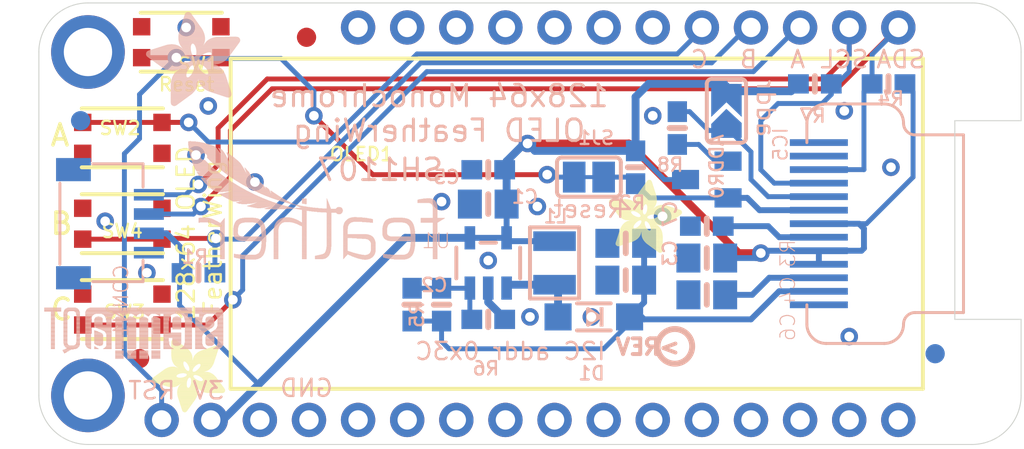
<source format=kicad_pcb>
(kicad_pcb (version 20221018) (generator pcbnew)
  (layers (0 "F.Cu" signal) (31 "B.Cu" signal) (34 "B.Paste" user) (35 "F.Paste" user) (36 "B.SilkS" user "B.Silkscreen") (37 "F.SilkS" user "F.Silkscreen") (38 "B.Mask" user) (39 "F.Mask" user) (44 "Edge.Cuts" user))
  (net 0 "")
  (net 1 "GND")
  (net 2 "~{RESET}")
  (net 3 "3.3V")
  (net 4 "J")
  (net 5 "I")
  (net 6 "H")
  (net 7 "SDA")
  (net 8 "SCL")
  (net 9 "~{OLED_RST}")
  (net 10 "N$7")
  (net 11 "VCOMH")
  (net 12 "+12V")
  (net 13 "N$1")
  (net 14 "N$3")
  (net 15 "N$2")
  (footprint "Adafruit 128x64 OLED FeatherWing:BTN_KMR2_4.6X2.8" (layer "F.Cu") (at 127.4191 100.5586 180)
    (fp_text reference "SW2" (at -1.016 0.508) (layer "F.SilkS") (effects (font (size 0.692831 0.692831) (thickness 0.119969)) (justify right)))
    (fp_text value "KMR2")
    (pad "A" smd rect (at 2.05 -0.8 180) (size 0.9 0.9) (layers "F.Cu" "F.Paste" "F.Mask") (net 1 "GND"))
    (pad "A'" smd rect (at -2.05 -0.8 180) (size 0.9 0.9) (layers "F.Cu" "F.Paste" "F.Mask") (net 1 "GND"))
    (pad "B" smd rect (at 2.05 0.8 180) (size 0.9 0.9) (layers "F.Cu" "F.Paste" "F.Mask") (net 4 "J"))
    (pad "B'" smd rect (at -2.05 0.8 180) (size 0.9 0.9) (layers "F.Cu" "F.Paste" "F.Mask") (net 4 "J"))
  )
  (footprint "Adafruit 128x64 OLED FeatherWing:FEATHERWING_NODIM" (layer "F.Cu") (at 123.1011 116.4336)
    (fp_text reference "MS1" hide)
    (fp_text value "FEATHERWING_NODIM" hide)
    (pad "" np_thru_hole circle (at 48.26 -20.32) (size 2.54 2.54) (drill 2.54) (layers "*.Cu" "*.Mask"))
    (pad "" np_thru_hole circle (at 48.26 -2.54) (size 2.54 2.54) (drill 2.54) (layers "*.Cu" "*.Mask"))
    (pad "1" thru_hole circle (at 6.35 -1.27) (size 1.778 1.778) (drill 1) (layers "*.Cu" "*.Mask") (net 2 "~{RESET}"))
    (pad "2" thru_hole circle (at 8.89 -1.27) (size 1.778 1.778) (drill 1) (layers "*.Cu" "*.Mask") (net 3 "3.3V"))
    (pad "3" thru_hole circle (at 11.43 -1.27) (size 1.778 1.778) (drill 1) (layers "*.Cu" "*.Mask"))
    (pad "4" thru_hole circle (at 13.97 -1.27) (size 1.778 1.778) (drill 1) (layers "*.Cu" "*.Mask") (net 1 "GND"))
    (pad "5" thru_hole circle (at 16.51 -1.27) (size 1.778 1.778) (drill 1) (layers "*.Cu" "*.Mask"))
    (pad "6" thru_hole circle (at 19.05 -1.27) (size 1.778 1.778) (drill 1) (layers "*.Cu" "*.Mask"))
    (pad "7" thru_hole circle (at 21.59 -1.27) (size 1.778 1.778) (drill 1) (layers "*.Cu" "*.Mask"))
    (pad "8" thru_hole circle (at 24.13 -1.27) (size 1.778 1.778) (drill 1) (layers "*.Cu" "*.Mask"))
    (pad "9" thru_hole circle (at 26.67 -1.27) (size 1.778 1.778) (drill 1) (layers "*.Cu" "*.Mask"))
    (pad "10" thru_hole circle (at 29.21 -1.27) (size 1.778 1.778) (drill 1) (layers "*.Cu" "*.Mask"))
    (pad "11" thru_hole circle (at 31.75 -1.27) (size 1.778 1.778) (drill 1) (layers "*.Cu" "*.Mask"))
    (pad "12" thru_hole circle (at 34.29 -1.27) (size 1.778 1.778) (drill 1) (layers "*.Cu" "*.Mask"))
    (pad "13" thru_hole circle (at 36.83 -1.27) (size 1.778 1.778) (drill 1) (layers "*.Cu" "*.Mask"))
    (pad "14" thru_hole circle (at 39.37 -1.27) (size 1.778 1.778) (drill 1) (layers "*.Cu" "*.Mask"))
    (pad "15" thru_hole circle (at 41.91 -1.27) (size 1.778 1.778) (drill 1) (layers "*.Cu" "*.Mask"))
    (pad "16" thru_hole circle (at 44.45 -1.27) (size 1.778 1.778) (drill 1) (layers "*.Cu" "*.Mask"))
    (pad "17" thru_hole circle (at 44.45 -21.59) (size 1.778 1.778) (drill 1) (layers "*.Cu" "*.Mask") (net 7 "SDA"))
    (pad "18" thru_hole circle (at 41.91 -21.59) (size 1.778 1.778) (drill 1) (layers "*.Cu" "*.Mask") (net 8 "SCL"))
    (pad "19" thru_hole circle (at 39.37 -21.59) (size 1.778 1.778) (drill 1) (layers "*.Cu" "*.Mask") (net 6 "H"))
    (pad "20" thru_hole circle (at 36.83 -21.59) (size 1.778 1.778) (drill 1) (layers "*.Cu" "*.Mask") (net 5 "I"))
    (pad "21" thru_hole circle (at 34.29 -21.59) (size 1.778 1.778) (drill 1) (layers "*.Cu" "*.Mask") (net 4 "J"))
    (pad "22" thru_hole circle (at 31.75 -21.59) (size 1.778 1.778) (drill 1) (layers "*.Cu" "*.Mask"))
    (pad "23" thru_hole circle (at 29.21 -21.59) (size 1.778 1.778) (drill 1) (layers "*.Cu" "*.Mask"))
    (pad "24" thru_hole circle (at 26.67 -21.59) (size 1.778 1.778) (drill 1) (layers "*.Cu" "*.Mask"))
    (pad "25" thru_hole circle (at 24.13 -21.59) (size 1.778 1.778) (drill 1) (layers "*.Cu" "*.Mask"))
    (pad "26" thru_hole circle (at 21.59 -21.59) (size 1.778 1.778) (drill 1) (layers "*.Cu" "*.Mask"))
    (pad "27" thru_hole circle (at 19.05 -21.59) (size 1.778 1.778) (drill 1) (layers "*.Cu" "*.Mask"))
    (pad "28" thru_hole circle (at 16.51 -21.59) (size 1.778 1.778) (drill 1) (layers "*.Cu" "*.Mask"))
    (pad "P$1" thru_hole circle (at 2.54 -20.32) (size 3.81 3.81) (drill 2.5) (layers "*.Cu" "*.Mask"))
    (pad "P$2" thru_hole circle (at 2.54 -2.54) (size 3.81 3.81) (drill 2.5) (layers "*.Cu" "*.Mask"))
  )
  (footprint "Adafruit 128x64 OLED FeatherWing:FIDUCIAL_1MM" (layer "F.Cu") (at 136.9441 95.3516)
    (fp_text reference "FID3" hide)
    (fp_text value "FIDUCIAL_1MM" hide)
    (pad "1" smd roundrect (at 0 0) (size 1 1) (layers "F.Cu" "F.Mask") (roundrect_rratio 0.5))
  )
  (footprint "Adafruit 128x64 OLED FeatherWing:FIDUCIAL_1MM" (layer "F.Cu") (at 128.3081 111.9886)
    (fp_text reference "FID2" hide)
    (fp_text value "FIDUCIAL_1MM" hide)
    (pad "1" smd roundrect (at 0 0) (size 1 1) (layers "F.Cu" "F.Mask") (roundrect_rratio 0.5))
  )
  (footprint "Adafruit 128x64 OLED FeatherWing:BTN_KMR2_4.6X2.8" (layer "F.Cu") (at 127.4191 109.4486)
    (fp_text reference "SW3" (at -1.016 0.127) (layer "F.SilkS") (effects (font (size 0.692831 0.692831) (thickness 0.119969)) (justify left)))
    (fp_text value "KMR2")
    (pad "A" smd rect (at 2.05 -0.8) (size 0.9 0.9) (layers "F.Cu" "F.Paste" "F.Mask") (net 1 "GND"))
    (pad "A'" smd rect (at -2.05 -0.8) (size 0.9 0.9) (layers "F.Cu" "F.Paste" "F.Mask") (net 1 "GND"))
    (pad "B" smd rect (at 2.05 0.8) (size 0.9 0.9) (layers "F.Cu" "F.Paste" "F.Mask") (net 6 "H"))
    (pad "B'" smd rect (at -2.05 0.8) (size 0.9 0.9) (layers "F.Cu" "F.Paste" "F.Mask") (net 6 "H"))
  )
  (footprint "Adafruit 128x64 OLED FeatherWing:ADAFRUIT_3.5MM" (layer "F.Cu") (at 152.5651 106.5276)
    (fp_text reference "U$16" hide)
    (fp_text value "" hide)
  )
  (footprint "Adafruit 128x64 OLED FeatherWing:ADAFRUIT_3.5MM" (layer "F.Cu") (at 132.7531 110.9726 180)
    (fp_text reference "U$37" hide)
    (fp_text value "" hide)
  )
  (footprint "Adafruit 128x64 OLED FeatherWing:BTN_KMR2_4.6X2.8" (layer "F.Cu") (at 127.4191 105.0036)
    (fp_text reference "SW4" (at -1.143 0.381) (layer "F.SilkS") (effects (font (size 0.692831 0.692831) (thickness 0.119969)) (justify left)))
    (fp_text value "KMR2")
    (pad "A" smd rect (at 2.05 -0.8) (size 0.9 0.9) (layers "F.Cu" "F.Paste" "F.Mask") (net 1 "GND"))
    (pad "A'" smd rect (at -2.05 -0.8) (size 0.9 0.9) (layers "F.Cu" "F.Paste" "F.Mask") (net 1 "GND"))
    (pad "B" smd rect (at 2.05 0.8) (size 0.9 0.9) (layers "F.Cu" "F.Paste" "F.Mask") (net 5 "I"))
    (pad "B'" smd rect (at -2.05 0.8) (size 0.9 0.9) (layers "F.Cu" "F.Paste" "F.Mask") (net 5 "I"))
  )
  (footprint "Adafruit 128x64 OLED FeatherWing:BTN_KMR2_4.6X2.8" (layer "F.Cu") (at 130.4671 95.6056)
    (fp_text reference "SW1" (at -0.254 1.143) (layer "F.SilkS") (effects (font (size 0.692831 0.692831) (thickness 0.119969)) (justify left)))
    (fp_text value "KMR2")
    (pad "A" smd rect (at 2.05 -0.8) (size 0.9 0.9) (layers "F.Cu" "F.Paste" "F.Mask") (net 1 "GND"))
    (pad "A'" smd rect (at -2.05 -0.8) (size 0.9 0.9) (layers "F.Cu" "F.Paste" "F.Mask") (net 1 "GND"))
    (pad "B" smd rect (at 2.05 0.8) (size 0.9 0.9) (layers "F.Cu" "F.Paste" "F.Mask") (net 2 "~{RESET}"))
    (pad "B'" smd rect (at -2.05 0.8) (size 0.9 0.9) (layers "F.Cu" "F.Paste" "F.Mask") (net 2 "~{RESET}"))
  )
  (footprint "Adafruit 128x64 OLED FeatherWing:QT1107P11A" (layer "F.Cu") (at 168.8211 105.0036)
    (fp_text reference "OLED1" (at -30.75 -3.6) (layer "F.SilkS") (effects (font (size 0.692831 0.692831) (thickness 0.119969)) (justify left)))
    (fp_text value "OLED_128X64_SH1107")
    (pad "" np_thru_hole circle (at -2 -5.2) (size 1 1) (drill 1) (layers "*.Cu" "*.Mask"))
    (pad "" np_thru_hole circle (at -2 5.2) (size 1 1) (drill 1) (layers "*.Cu" "*.Mask"))
    (pad "1" smd rect (at -5.38 4.2 180) (size 3 0.35) (layers "B.Cu" "B.Mask") (net 1 "GND"))
    (pad "2" smd rect (at -5.38 3.5 180) (size 3 0.35) (layers "B.Cu" "B.Mask") (net 12 "+12V"))
    (pad "3" smd rect (at -5.38 2.8 180) (size 3 0.35) (layers "B.Cu" "B.Mask") (net 11 "VCOMH"))
    (pad "4" smd rect (at -5.38 2.1 180) (size 3 0.35) (layers "B.Cu" "B.Mask") (net 3 "3.3V"))
    (pad "5" smd rect (at -5.38 1.4 180) (size 3 0.35) (layers "B.Cu" "B.Mask") (net 3 "3.3V"))
    (pad "6" smd rect (at -5.38 0.7 180) (size 3 0.35) (layers "B.Cu" "B.Mask") (net 10 "N$7"))
    (pad "7" smd rect (at -5.38 0 180) (size 3 0.35) (layers "B.Cu" "B.Mask") (net 3 "3.3V"))
    (pad "8" smd rect (at -5.38 -0.7 180) (size 3 0.35) (layers "B.Cu" "B.Mask") (net 9 "~{OLED_RST}"))
    (pad "9" smd rect (at -5.38 -1.4 180) (size 3 0.35) (layers "B.Cu" "B.Mask") (net 15 "N$2"))
    (pad "10" smd rect (at -5.38 -2.1 180) (size 3 0.35) (layers "B.Cu" "B.Mask") (net 8 "SCL"))
    (pad "11" smd rect (at -5.38 -2.8 180) (size 3 0.35) (layers "B.Cu" "B.Mask") (net 7 "SDA"))
    (pad "12" smd rect (at -5.38 -3.5 180) (size 3 0.35) (layers "B.Cu" "B.Mask") (net 1 "GND"))
    (pad "13" smd rect (at -5.38 -4.2 180) (size 3 0.35) (layers "B.Cu" "B.Mask") (net 1 "GND"))
  )
  (footprint "Adafruit 128x64 OLED FeatherWing:0603-NO" (layer "B.Cu") (at 146.3421 102.2096)
    (fp_text reference "C5" (at -1.397 0.381) (layer "B.SilkS") (effects (font (size 0.692831 0.692831) (thickness 0.119969)) (justify left mirror)))
    (fp_text value "0.1uF")
    (pad "1" smd rect (at -0.85 0) (size 1.075 1) (layers "B.Cu" "B.Paste" "B.Mask") (net 1 "GND"))
    (pad "2" smd rect (at 0.85 0) (size 1.075 1) (layers "B.Cu" "B.Paste" "B.Mask") (net 3 "3.3V"))
  )
  (footprint "Adafruit 128x64 OLED FeatherWing:FEATHERLOGO_SMALL" (layer "B.Cu") (at 144.1831 106.9086 180)
    (fp_text reference "U$36" hide)
    (fp_text value "" hide)
  )
  (footprint "Adafruit 128x64 OLED FeatherWing:0805-NO" (layer "B.Cu") (at 153.4541 106.0196 180)
    (fp_text reference "C7" (at -2.286 0.762 270) (layer "B.SilkS") (effects (font (size 0.692831 0.692831) (thickness 0.119969)) (justify right mirror)))
    (fp_text value "10uF/16V")
    (pad "1" smd rect (at -0.95 0 180) (size 1.24 1.5) (layers "B.Cu" "B.Paste" "B.Mask") (net 12 "+12V"))
    (pad "2" smd rect (at 0.95 0 180) (size 1.24 1.5) (layers "B.Cu" "B.Paste" "B.Mask") (net 1 "GND"))
  )
  (footprint "Adafruit 128x64 OLED FeatherWing:0603-NO" (layer "B.Cu") (at 142.4051 109.1946 -90)
    (fp_text reference "R5" (at 1.27 -0.254 -270) (layer "B.SilkS") (effects (font (size 0.692831 0.692831) (thickness 0.119969)) (justify right mirror)))
    (fp_text value "100K")
    (pad "1" smd rect (at -0.85 0 270) (size 1.075 1) (layers "B.Cu" "B.Paste" "B.Mask") (net 14 "N$3"))
    (pad "2" smd rect (at 0.85 0 270) (size 1.075 1) (layers "B.Cu" "B.Paste" "B.Mask") (net 12 "+12V"))
  )
  (footprint "Adafruit 128x64 OLED FeatherWing:0603-NO" (layer "B.Cu") (at 131.3561 107.5436 180)
    (fp_text reference "R1" (at -0.5715 0.8255) (layer "B.SilkS") (effects (font (size 0.692831 0.692831) (thickness 0.119969)) (justify left mirror)))
    (fp_text value "100K")
    (pad "1" smd rect (at -0.85 0 180) (size 1.075 1) (layers "B.Cu" "B.Paste" "B.Mask") (net 5 "I"))
    (pad "2" smd rect (at 0.85 0 180) (size 1.075 1) (layers "B.Cu" "B.Paste" "B.Mask") (net 3 "3.3V"))
  )
  (footprint "Adafruit 128x64 OLED FeatherWing:0603-NO" (layer "B.Cu") (at 143.9291 109.1946 90)
    (fp_text reference "C2" (at 1.016 0.381 180) (layer "B.SilkS") (effects (font (size 0.692831 0.692831) (thickness 0.119969)) (justify left mirror)))
    (fp_text value "0.1uF")
    (pad "1" smd rect (at -0.85 0 90) (size 1.075 1) (layers "B.Cu" "B.Paste" "B.Mask") (net 12 "+12V"))
    (pad "2" smd rect (at 0.85 0 90) (size 1.075 1) (layers "B.Cu" "B.Paste" "B.Mask") (net 14 "N$3"))
  )
  (footprint "Adafruit 128x64 OLED FeatherWing:SOT23" (layer "B.Cu") (at 157.6451 102.7176 -90)
    (fp_text reference "IC5" (at -0.889 -3.81 -270) (layer "B.SilkS") (effects (font (size 0.719328 0.719328) (thickness 0.093472)) (justify right mirror)))
    (fp_text value "APX803")
    (pad "1" smd rect (at -0.95 -1.1 270) (size 1 1.4) (layers "B.Cu" "B.Paste" "B.Mask") (net 1 "GND"))
    (pad "2" smd rect (at 0.95 -1.1 270) (size 1 1.4) (layers "B.Cu" "B.Paste" "B.Mask") (net 9 "~{OLED_RST}"))
    (pad "3" smd rect (at 0 1.1 270) (size 1 1.4) (layers "B.Cu" "B.Paste" "B.Mask") (net 3 "3.3V"))
  )
  (footprint "Adafruit 128x64 OLED FeatherWing:SOT23-5" (layer "B.Cu") (at 146.3421 107.0356 180)
    (fp_text reference "U1" (at 1.905 1.143) (layer "B.SilkS") (effects (font (size 0.75948 0.75948) (thickness 0.05332)) (justify left mirror)))
    (fp_text value "FAN5331SX")
    (pad "1" smd rect (at -0.95 -1.3001 180) (size 0.55 1.2) (layers "B.Cu" "B.Paste" "B.Mask") (net 13 "N$1"))
    (pad "2" smd rect (at 0 -1.3001 180) (size 0.55 1.2) (layers "B.Cu" "B.Paste" "B.Mask") (net 1 "GND"))
    (pad "3" smd rect (at 0.95 -1.3001 180) (size 0.55 1.2) (layers "B.Cu" "B.Paste" "B.Mask") (net 14 "N$3"))
    (pad "4" smd rect (at 0.95 1.3001 180) (size 0.55 1.2) (layers "B.Cu" "B.Paste" "B.Mask") (net 3 "3.3V"))
    (pad "5" smd rect (at -0.95 1.3001 180) (size 0.55 1.2) (layers "B.Cu" "B.Paste" "B.Mask") (net 3 "3.3V"))
  )
  (footprint "Adafruit 128x64 OLED FeatherWing:0805-NO" (layer "B.Cu") (at 153.4541 107.9246 180)
    (fp_text reference "C3" (at -2.286 0.635 270) (layer "B.SilkS") (effects (font (size 0.692831 0.692831) (thickness 0.119969)) (justify right mirror)))
    (fp_text value "10uF/16V")
    (pad "1" smd rect (at -0.95 0 180) (size 1.24 1.5) (layers "B.Cu" "B.Paste" "B.Mask") (net 12 "+12V"))
    (pad "2" smd rect (at 0.95 0 180) (size 1.24 1.5) (layers "B.Cu" "B.Paste" "B.Mask") (net 1 "GND"))
  )
  (footprint "Adafruit 128x64 OLED FeatherWing:PCBFEAT-REV-040" (layer "B.Cu") (at 155.9941 111.3536 180)
    (fp_text reference "U$14" hide)
    (fp_text value "" hide)
    (fp_text user ">REV" (at -0.3556 -0.508) (layer "B.SilkS") (effects (font (size 0.8128 0.8128) (thickness 0.2032)) (justify left bottom mirror)))
  )
  (footprint "Adafruit 128x64 OLED FeatherWing:SOD-123" (layer "B.Cu") (at 151.8031 109.8296 180)
    (fp_text reference "D1" (at -0.635 -2.921) (layer "B.SilkS") (effects (font (size 0.692831 0.692831) (thickness 0.119969)) (justify left mirror)))
    (fp_text value "MBR120")
    (pad "A" smd rect (at 1.85 0 90) (size 1.4 1.4) (layers "B.Cu" "B.Paste" "B.Mask") (net 13 "N$1"))
    (pad "C" smd rect (at -1.85 0 90) (size 1.4 1.4) (layers "B.Cu" "B.Paste" "B.Mask") (net 12 "+12V"))
  )
  (footprint "Adafruit 128x64 OLED FeatherWing:0603-NO" (layer "B.Cu") (at 157.6451 105.1306)
    (fp_text reference "R3" (at 4.191 0.635 -90) (layer "B.SilkS") (effects (font (size 0.75948 0.75948) (thickness 0.05332)) (justify left mirror)))
    (fp_text value "680K")
    (pad "1" smd rect (at -0.85 0) (size 1.075 1) (layers "B.Cu" "B.Paste" "B.Mask") (net 1 "GND"))
    (pad "2" smd rect (at 0.85 0) (size 1.075 1) (layers "B.Cu" "B.Paste" "B.Mask") (net 10 "N$7"))
  )
  (footprint "Adafruit 128x64 OLED FeatherWing:0805-NO" (layer "B.Cu") (at 146.3421 103.9876 180)
    (fp_text reference "C1" (at -1.143 0.381) (layer "B.SilkS") (effects (font (size 0.692831 0.692831) (thickness 0.119969)) (justify right mirror)))
    (fp_text value "10uF")
    (pad "1" smd rect (at -0.95 0 180) (size 1.24 1.5) (layers "B.Cu" "B.Paste" "B.Mask") (net 3 "3.3V"))
    (pad "2" smd rect (at 0.95 0 180) (size 1.24 1.5) (layers "B.Cu" "B.Paste" "B.Mask") (net 1 "GND"))
  )
  (footprint "Adafruit 128x64 OLED FeatherWing:FIDUCIAL_1MM" (layer "B.Cu") (at 125.2601 99.6696 180)
    (fp_text reference "FID4" hide)
    (fp_text value "FIDUCIAL_1MM" hide)
    (pad "1" smd roundrect (at 0 0 180) (size 1 1) (layers "B.Cu" "B.Mask") (roundrect_rratio 0.5))
  )
  (footprint "Adafruit 128x64 OLED FeatherWing:0603-NO" (layer "B.Cu") (at 167.0431 97.7646)
    (fp_text reference "R4" (at -0.635 0.762) (layer "B.SilkS") (effects (font (size 0.692831 0.692831) (thickness 0.119969)) (justify right mirror)))
    (fp_text value "2.2K")
    (pad "1" smd rect (at -0.85 0) (size 1.075 1) (layers "B.Cu" "B.Paste" "B.Mask") (net 7 "SDA"))
    (pad "2" smd rect (at 0.85 0) (size 1.075 1) (layers "B.Cu" "B.Paste" "B.Mask") (net 3 "3.3V"))
  )
  (footprint "Adafruit 128x64 OLED FeatherWing:INDUCTOR_1007" (layer "B.Cu") (at 149.7711 107.0356 -90)
    (fp_text reference "L1" (at -2.413 0.635 -180) (layer "B.SilkS") (effects (font (size 0.692831 0.692831) (thickness 0.119969)) (justify right mirror)))
    (fp_text value "10uH")
    (pad "P$1" smd rect (at -1.127 0 270) (size 1.016 2.2) (layers "B.Cu" "B.Paste" "B.Mask") (net 3 "3.3V"))
    (pad "P$2" smd rect (at 1.127 0 270) (size 1.016 2.2) (layers "B.Cu" "B.Paste" "B.Mask") (net 13 "N$1"))
  )
  (footprint "Adafruit 128x64 OLED FeatherWing:SOLDERJUMPER_ARROW_NOPASTE" (layer "B.Cu") (at 158.6611 99.1616 90)
    (fp_text reference "ADDR0" (at -1.143 -0.508 90) (layer "B.SilkS") (effects (font (size 0.692831 0.692831) (thickness 0.119969)) (justify left mirror)))
    (fp_text value "")
    (fp_poly (pts (xy 0.106121 -0.002663) (xy -0.679416 -0.7882) (xy -1.3946 -0.7882) (xy -1.3946 0.7882) (xy -0.62715 0.7882)) (fill solid) (layer "B.Cu"))
    (fp_poly (pts (xy 1.3946 -0.7882) (xy -0.315893 -0.7882) (xy 0.443148 0) (xy -0.315893 0.7882) (xy 1.3946 0.7882)) (fill solid) (layer "B.Cu"))
    (pad "1" smd roundrect (at -1.016 0 90) (size 0.762 1.524) (layers "B.Cu") (net 15 "N$2"))
    (pad "2" smd roundrect (at 1.016 0 90) (size 0.762 1.524) (layers "B.Cu") (net 3 "3.3V"))
  )
  (footprint "Adafruit 128x64 OLED FeatherWing:FIDUCIAL_1MM" (layer "B.Cu") (at 169.4561 111.7346 180)
    (fp_text reference "FID1" hide)
    (fp_text value "FIDUCIAL_1MM" hide)
    (pad "1" smd roundrect (at 0 0 180) (size 1 1) (layers "B.Cu" "B.Mask") (roundrect_rratio 0.5))
  )
  (footprint "Adafruit 128x64 OLED FeatherWing:STEMMAQT" (layer "B.Cu") (at 132.6261 111.9886 180)
    (fp_text reference "U$35" hide)
    (fp_text value "" hide)
  )
  (footprint "Adafruit 128x64 OLED FeatherWing:0805-NO" (layer "B.Cu") (at 157.6451 108.6866)
    (fp_text reference "C6" (at 4.191 0.889 -90) (layer "B.SilkS") (effects (font (size 0.75948 0.75948) (thickness 0.05332)) (justify left mirror)))
    (fp_text value "10uF")
    (pad "1" smd rect (at -0.95 0) (size 1.24 1.5) (layers "B.Cu" "B.Paste" "B.Mask") (net 1 "GND"))
    (pad "2" smd rect (at 0.95 0) (size 1.24 1.5) (layers "B.Cu" "B.Paste" "B.Mask") (net 11 "VCOMH"))
  )
  (footprint "Adafruit 128x64 OLED FeatherWing:0603-NO" (layer "B.Cu") (at 153.9621 102.0826 90)
    (fp_text reference "R2" (at -1.8415 0.5715 180) (layer "B.SilkS") (effects (font (size 0.692831 0.692831) (thickness 0.119969)) (justify left mirror)))
    (fp_text value "12K")
    (pad "1" smd rect (at -0.85 0 90) (size 1.075 1) (layers "B.Cu" "B.Paste" "B.Mask") (net 9 "~{OLED_RST}"))
    (pad "2" smd rect (at 0.85 0 90) (size 1.075 1) (layers "B.Cu" "B.Paste" "B.Mask") (net 3 "3.3V"))
  )
  (footprint "Adafruit 128x64 OLED FeatherWing:JST_SH4" (layer "B.Cu") (at 126.2761 105.0036 90)
    (fp_text reference "CONN1" (at -2.06 1.074 90) (layer "B.SilkS") (effects (font (size 0.738022 0.738022) (thickness 0.074778)) (justify left mirror)))
    (fp_text value "STEMMA_I2C_QT" hide)
    (pad "1" smd rect (at -1.5 2.514) (size 1.55 0.6) (layers "B.Cu" "B.Paste" "B.Mask") (net 1 "GND"))
    (pad "2" smd rect (at -0.5 2.514) (size 1.55 0.6) (layers "B.Cu" "B.Paste" "B.Mask") (net 3 "3.3V"))
    (pad "3" smd rect (at 0.5 2.514) (size 1.55 0.6) (layers "B.Cu" "B.Paste" "B.Mask") (net 7 "SDA"))
    (pad "4" smd rect (at 1.5 2.514) (size 1.55 0.6) (layers "B.Cu" "B.Paste" "B.Mask") (net 8 "SCL"))
    (pad "MT1" smd rect (at -2.8 -1.386) (size 1.8 1.2) (layers "B.Cu" "B.Paste" "B.Mask") (net 1 "GND"))
    (pad "MT2" smd rect (at 2.8 -1.386) (size 1.8 1.2) (layers "B.Cu" "B.Paste" "B.Mask") (net 1 "GND"))
  )
  (footprint "Adafruit 128x64 OLED FeatherWing:0603-NO" (layer "B.Cu") (at 156.1211 100.0506 90)
    (fp_text reference "R8" (at -1.905 0.381 180) (layer "B.SilkS") (effects (font (size 0.692831 0.692831) (thickness 0.119969)) (justify left mirror)))
    (fp_text value "12K")
    (pad "1" smd rect (at -0.85 0 90) (size 1.075 1) (layers "B.Cu" "B.Paste" "B.Mask") (net 1 "GND"))
    (pad "2" smd rect (at 0.85 0 90) (size 1.075 1) (layers "B.Cu" "B.Paste" "B.Mask") (net 15 "N$2"))
  )
  (footprint "Adafruit 128x64 OLED FeatherWing:0805-NO" (layer "B.Cu") (at 157.6451 106.7816)
    (fp_text reference "C4" (at 4.191 0.889 -90) (layer "B.SilkS") (effects (font (size 0.75948 0.75948) (thickness 0.05332)) (justify left mirror)))
    (fp_text value "10uF")
    (pad "1" smd rect (at -0.95 0) (size 1.24 1.5) (layers "B.Cu" "B.Paste" "B.Mask") (net 1 "GND"))
    (pad "2" smd rect (at 0.95 0) (size 1.24 1.5) (layers "B.Cu" "B.Paste" "B.Mask") (net 3 "3.3V"))
  )
  (footprint "Adafruit 128x64 OLED FeatherWing:0603-NO" (layer "B.Cu") (at 163.2331 97.7646 180)
    (fp_text reference "R7" (at -0.635 -1.651) (layer "B.SilkS") (effects (font (size 0.692831 0.692831) (thickness 0.119969)) (justify left mirror)))
    (fp_text value "2.2K")
    (pad "1" smd rect (at -0.85 0 180) (size 1.075 1) (layers "B.Cu" "B.Paste" "B.Mask") (net 8 "SCL"))
    (pad "2" smd rect (at 0.85 0 180) (size 1.075 1) (layers "B.Cu" "B.Paste" "B.Mask") (net 3 "3.3V"))
  )
  (footprint "Adafruit 128x64 OLED FeatherWing:ADAFRUIT_5MM" (layer "B.Cu") (at 133.5151 98.9076 180)
    (fp_text reference "U$8" hide)
    (fp_text value "" hide)
  )
  (footprint "Adafruit 128x64 OLED FeatherWing:0603-NO" (layer "B.Cu") (at 146.3421 109.9566 180)
    (fp_text reference "R6" (at -0.635 -2.54) (layer "B.SilkS") (effects (font (size 0.692831 0.692831) (thickness 0.119969)) (justify left mirror)))
    (fp_text value "12K")
    (pad "1" smd rect (at -0.85 0 180) (size 1.075 1) (layers "B.Cu" "B.Paste" "B.Mask") (net 1 "GND"))
    (pad "2" smd rect (at 0.85 0 180) (size 1.075 1) (layers "B.Cu" "B.Paste" "B.Mask") (net 14 "N$3"))
  )
  (footprint "Adafruit 128x64 OLED FeatherWing:SOLDERJUMPER_CLOSEDWIRE" (layer "B.Cu") (at 151.5491 102.5906)
    (fp_text reference "SJ1" (at -0.635 -2.032) (layer "B.SilkS") (effects (font (size 0.692831 0.692831) (thickness 0.119969)) (justify right mirror)))
    (fp_text value "")
    (pad "1" smd rect (at -0.762 0) (size 1.1684 1.6002) (layers "B.Cu") (net 2 "~{RESET}"))
    (pad "2" smd rect (at 0.762 0) (size 1.1684 1.6002) (layers "B.Cu") (net 9 "~{OLED_RST}"))
    (pad "WIRE" smd rect (at 0 0 180) (size 0.635 0.2032) (layers "B.Cu"))
  )
  (gr_line (start 125.6411 116.4336) (end 171.3611 116.4336) (stroke (width 0.05)) (layer "Edge.Cuts"))
  (gr_line (start 171.3611 93.5736) (end 125.6411 93.5736) (stroke (width 0.05)) (layer "Edge.Cuts"))
  (gr_line (start 170.4721 99.6696) (end 173.9011 99.6696) (stroke (width 0.05)) (layer "Edge.Cuts"))
  (gr_arc (start 123.1011 96.1136) (mid 123.845049 94.317549) (end 125.6411 93.5736) (stroke (width 0.05)) (layer "Edge.Cuts"))
  (gr_arc (start 173.9011 113.8936) (mid 173.157151 115.689651) (end 171.3611 116.4336) (stroke (width 0.05)) (layer "Edge.Cuts"))
  (gr_line (start 173.9011 99.6696) (end 173.9011 96.1136) (stroke (width 0.05)) (layer "Edge.Cuts"))
  (gr_line (start 173.9011 113.8936) (end 173.9011 109.9566) (stroke (width 0.05)) (layer "Edge.Cuts"))
  (gr_line (start 123.1011 96.1136) (end 123.1011 113.8936) (stroke (width 0.05)) (layer "Edge.Cuts"))
  (gr_arc (start 171.3611 93.5736) (mid 173.157151 94.317549) (end 173.9011 96.1136) (stroke (width 0.05)) (layer "Edge.Cuts"))
  (gr_arc (start 125.6411 116.4336) (mid 123.845049 115.689651) (end 123.1011 113.8936) (stroke (width 0.05)) (layer "Edge.Cuts"))
  (gr_line (start 170.4721 109.9566) (end 170.4721 99.6696) (stroke (width 0.05)) (layer "Edge.Cuts"))
  (gr_line (start 173.9011 109.9566) (end 170.4721 109.9566) (stroke (width 0.05)) (layer "Edge.Cuts"))
  (gr_text "RST" (at 128.9431 113.6396) (layer "B.SilkS") (effects (font (size 0.89408 0.89408) (thickness 0.12192)) (justify mirror)))
  (gr_text "C" (at 157.2641 96.4946) (layer "B.SilkS") (effects (font (size 0.89408 0.89408) (thickness 0.12192)) (justify mirror)))
  (gr_text "SH1107" (at 140.7541 102.2096) (layer "B.SilkS") (effects (font (size 1.1176 1.1176) (thickness 0.1524)) (justify mirror)))
  (gr_text "A" (at 162.3441 96.4946) (layer "B.SilkS") (effects (font (size 0.89408 0.89408) (thickness 0.12192)) (justify mirror)))
  (gr_text "addr" (at 160.6931 99.0346 -90) (layer "B.SilkS") (effects (font (size 0.89408 0.89408) (thickness 0.12192)) (justify mirror)))
  (gr_text "B" (at 159.8041 96.4946) (layer "B.SilkS") (effects (font (size 0.89408 0.89408) (thickness 0.12192)) (justify mirror)))
  (gr_text "Reset" (at 151.5491 104.2416) (layer "B.SilkS") (effects (font (size 0.89408 0.89408) (thickness 0.12192)) (justify mirror)))
  (gr_text "SDA" (at 167.6781 96.4946) (layer "B.SilkS") (effects (font (size 0.89408 0.89408) (thickness 0.12192)) (justify mirror)))
  (gr_text "I2C addr 0x3C" (at 147.4851 111.6076) (layer "B.SilkS") (effects (font (size 0.89408 0.89408) (thickness 0.12192)) (justify mirror)))
  (gr_text "128x64 Monochrome\nOLED FeatherWing" (at 143.8021 99.2886) (layer "B.SilkS") (effects (font (size 1.1176 1.1176) (thickness 0.1524)) (justify mirror)))
  (gr_text "3V" (at 131.8641 113.6396) (layer "B.SilkS") (effects (font (size 0.89408 0.89408) (thickness 0.12192)) (justify mirror)))
  (gr_text "SCL" (at 164.7571 96.4946) (layer "B.SilkS") (effects (font (size 0.89408 0.89408) (thickness 0.12192)) (justify mirror)))
  (gr_text "GND" (at 136.9441 113.5126) (layer "B.SilkS") (effects (font (size 0.89408 0.89408) (thickness 0.12192)) (justify mirror)))
  (gr_text "128x64 OLED" (at 131.2291 110.0836 90) (layer "F.SilkS") (effects (font (size 0.89408 0.89408) (thickness 0.12192)) (justify left bottom)))
  (gr_text "B" (at 123.6091 105.6386) (layer "F.SilkS") (effects (font (size 1.0922 1.0922) (thickness 0.1778)) (justify left bottom)))
  (gr_text "Reset" (at 132.2451 97.3836) (layer "F.SilkS") (effects (font (size 0.699008 0.699008) (thickness 0.113792)) (justify right top)))
  (gr_text "A" (at 123.6091 101.0666) (layer "F.SilkS") (effects (font (size 1.0922 1.0922) (thickness 0.1778)) (justify left bottom)))
  (gr_text "C" (at 123.6091 110.0836) (layer "F.SilkS") (effects (font (size 1.0922 1.0922) (thickness 0.1778)) (justify left bottom)))
  (gr_text "FeatherWing" (at 132.6261 109.8296 90) (layer "F.SilkS") (effects (font (size 0.89408 0.89408) (thickness 0.12192)) (justify left bottom)))
  (via (at 167.1701 102.0826) (size 0.9064) (drill 0.5) (layers "F.Cu" "B.Cu") (net 1))
  (via (at 148.8821 104.1146) (size 0.9064) (drill 0.5) (layers "F.Cu" "B.Cu") (net 1))
  (via (at 130.7211 94.8436) (size 0.9064) (drill 0.5) (layers "F.Cu" "B.Cu") (net 1))
  (via (at 164.7571 99.1616) (size 0.9064) (drill 0.5) (layers "F.Cu" "B.Cu") (net 1))
  (via (at 134.2771 102.8446) (size 0.9064) (drill 0.5) (layers "F.Cu" "B.Cu") (net 1))
  (via (at 165.0111 110.8456) (size 0.9064) (drill 0.5) (layers "F.Cu" "B.Cu") (net 1))
  (via (at 128.6891 107.5436) (size 0.9064) (drill 0.5) (layers "F.Cu" "B.Cu") (net 1))
  (via (at 131.8641 98.9076) (size 0.9064) (drill 0.5) (layers "F.Cu" "B.Cu") (net 1))
  (via (at 148.5011 109.8296) (size 0.9064) (drill 0.5) (layers "F.Cu" "B.Cu") (net 1))
  (via (at 143.9291 103.8606) (size 0.9064) (drill 0.5) (layers "F.Cu" "B.Cu") (net 1))
  (via (at 154.8511 99.4156) (size 0.9064) (drill 0.5) (layers "F.Cu" "B.Cu") (net 1))
  (via (at 131.2291 101.4476) (size 0.9064) (drill 0.5) (layers "F.Cu" "B.Cu") (net 1))
  (via (at 151.6761 109.8296) (size 0.9064) (drill 0.5) (layers "F.Cu" "B.Cu") (net 1))
  (via (at 146.3421 106.9086) (size 0.9064) (drill 0.5) (layers "F.Cu" "B.Cu") (net 1))
  (via (at 126.5301 104.8766) (size 0.9064) (drill 0.5) (layers "F.Cu" "B.Cu") (net 1))
  (via (at 155.3591 104.6226) (size 0.9064) (drill 0.5) (layers "F.Cu" "B.Cu") (net 1))
  (segment (start 147.1921 109.9176) (end 147.1921 109.9566) (width 0.4064) (layer "B.Cu") (net 1))
  (segment (start 157.2251 100.9006) (end 156.1211 100.9006) (width 0.254) (layer "B.Cu") (net 1))
  (segment (start 146.3421 108.3357) (end 146.3421 109.0676) (width 0.4064) (layer "B.Cu") (net 1))
  (segment (start 158.7451 101.7676) (end 158.0921 101.7676) (width 0.254) (layer "B.Cu") (net 1))
  (segment (start 146.3421 109.0676) (end 147.1921 109.9176) (width 0.4064) (layer "B.Cu") (net 1))
  (segment (start 158.0921 101.7676) (end 157.2251 100.9006) (width 0.254) (layer "B.Cu") (net 1))
  (segment (start 149.3901 102.4636) (end 140.3731 102.4636) (width 0.254) (layer "F.Cu") (net 2))
  (segment (start 128.4171 96.4056) (end 130.2131 96.4056) (width 0.254) (layer "F.Cu") (net 2))
  (segment (start 130.2131 96.4056) (end 132.5171 96.4056) (width 0.254) (layer "F.Cu") (net 2))
  (segment (start 140.3731 102.4636) (end 137.3251 99.4156) (width 0.254) (layer "F.Cu") (net 2))
  (via (at 130.2131 96.4056) (size 0.9064) (drill 0.5) (layers "F.Cu" "B.Cu") (net 2))
  (via (at 137.3251 99.4156) (size 0.9064) (drill 0.5) (layers "F.Cu" "B.Cu") (net 2))
  (via (at 149.3901 102.4636) (size 0.9064) (drill 0.5) (layers "F.Cu" "B.Cu") (net 2))
  (segment (start 137.3251 98.1456) (end 135.6296 96.4501) (width 0.254) (layer "B.Cu") (net 2))
  (segment (start 127.5247 101.3771) (end 127.5247 111.7132) (width 0.254) (layer "B.Cu") (net 2))
  (segment (start 129.4511 113.6396) (end 129.4511 115.1636) (width 0.254) (layer "B.Cu") (net 2))
  (segment (start 137.3251 99.4156) (end 137.3251 98.1456) (width 0.254) (layer "B.Cu") (net 2))
  (segment (start 128.3081 98.3106) (end 128.3081 100.5937) (width 0.254) (layer "B.Cu") (net 2))
  (segment (start 135.6296 96.4501) (end 130.1686 96.4501) (width 0.254) (layer "B.Cu") (net 2))
  (segment (start 130.1686 96.4501) (end 128.3081 98.3106) (width 0.254) (layer "B.Cu") (net 2))
  (segment (start 149.5171 102.5906) (end 149.3901 102.4636) (width 0.254) (layer "B.Cu") (net 2))
  (segment (start 128.3081 100.5937) (end 127.5247 101.3771) (width 0.254) (layer "B.Cu") (net 2))
  (segment (start 150.7871 102.5906) (end 149.5171 102.5906) (width 0.254) (layer "B.Cu") (net 2))
  (segment (start 127.5247 111.7132) (end 129.4511 113.6396) (width 0.254) (layer "B.Cu") (net 2))
  (segment (start 130.2131 96.4056) (end 130.1686 96.4501) (width 0.254) (layer "B.Cu") (net 2))
  (segment (start 160.4391 106.5276) (end 159.2961 106.5276) (width 0.4064) (layer "F.Cu") (net 3))
  (segment (start 153.6201 100.8516) (end 148.3741 100.8516) (width 0.4064) (layer "F.Cu") (net 3))
  (segment (start 159.2961 106.5276) (end 153.6201 100.8516) (width 0.4064) (layer "F.Cu") (net 3))
  (via (at 148.3741 100.8516) (size 0.9064) (drill 0.5) (layers "F.Cu" "B.Cu") (net 3))
  (via (at 160.4391 106.5276) (size 0.9064) (drill 0.5) (layers "F.Cu" "B.Cu") (net 3))
  (segment (start 128.7901 105.5036) (end 129.704081 105.5036) (width 0.3048) (layer "B.Cu") (net 3))
  (segment (start 153.9621 101.2326) (end 153.9621 98.4386) (width 0.4064) (layer "B.Cu") (net 3))
  (segment (start 130.5061 107.5436) (end 130.3791 107.6706) (width 0.254) (layer "B.Cu") (net 3))
  (segment (start 168.3131 98.1846) (end 168.3131 102.5906) (width 0.254) (layer "B.Cu") (net 3))
  (segment (start 162.3831 97.7646) (end 162.0021 98.1456) (width 0.4064) (layer "B.Cu") (net 3))
  (segment (start 163.4411 107.1036) (end 163.4411 106.4036) (width 0.3048) (layer "B.Cu") (net 3))
  (segment (start 130.3791 109.2336) (end 134.4676 113.3221) (width 0.254) (layer "B.Cu") (net 3))
  (segment (start 148.2081 100.8516) (end 148.3741 100.8516) (width 0.4064) (layer "B.Cu") (net 3))
  (segment (start 132.6261 115.1636) (end 131.9911 115.1636) (width 0.4064) (layer "B.Cu") (net 3))
  (segment (start 147.2921 101.7676) (end 148.2081 100.8516) (width 0.4064) (layer "B.Cu") (net 3))
  (segment (start 167.8931 97.7646) (end 168.3131 98.1846) (width 0.254) (layer "B.Cu") (net 3))
  (segment (start 165.5191 105.0036) (end 165.2651 105.0036) (width 0.3048) (layer "B.Cu") (net 3))
  (segment (start 134.4676 113.3221) (end 132.6261 115.1636) (width 0.4064) (layer "B.Cu") (net 3))
  (segment (start 168.3131 102.5906) (end 165.9001 105.0036) (width 0.254) (layer "B.Cu") (net 3))
  (segment (start 142.0542 105.7355) (end 134.4676 113.3221) (width 0.4064) (layer "B.Cu") (net 3))
  (segment (start 155.4471 102.7176) (end 153.9621 101.2326) (width 0.254) (layer "B.Cu") (net 3))
  (segment (start 165.2651 105.0036) (end 163.4411 105.0036) (width 0.3048) (layer "B.Cu") (net 3))
  (segment (start 147.2921 103.9876) (end 147.2921 102.3096) (width 0.4064) (layer "B.Cu") (net 3))
  (segment (start 130.3791 107.6706) (end 130.3791 109.2336) (width 0.254) (layer "B.Cu") (net 3))
  (segment (start 156.5451 102.7176) (end 155.4471 102.7176) (width 0.254) (layer "B.Cu") (net 3))
  (segment (start 130.5061 107.5436) (end 130.5061 106.305619) (width 0.3048) (layer "B.Cu") (net 3))
  (segment (start 129.704081 105.5036) (end 130.5061 106.305619) (width 0.3048) (layer "B.Cu") (net 3))
  (segment (start 163.4411 106.4036) (end 165.6431 106.4036) (width 0.3048) (layer "B.Cu") (net 3))
  (segment (start 147.2921 105.7355) (end 147.4652 105.9086) (width 0.3048) (layer "B.Cu") (net 3))
  (segment (start 158.5341 97.7646) (end 158.9151 98.1456) (width 0.4064) (layer "B.Cu") (net 3))
  (segment (start 160.1851 106.7816) (end 158.5951 106.7816) (width 0.3048) (layer "B.Cu") (net 3))
  (segment (start 160.5631 106.4036) (end 160.4391 106.5276) (width 0.3048) (layer "B.Cu") (net 3))
  (segment (start 153.9621 101.2326) (end 148.7551 101.2326) (width 0.4064) (layer "B.Cu") (net 3))
  (segment (start 147.2921 102.3096) (end 147.2921 101.7676) (width 0.4064) (layer "B.Cu") (net 3))
  (segment (start 165.7731 105.2576) (end 165.5191 105.0036) (width 0.3048) (layer "B.Cu") (net 3))
  (segment (start 165.7731 106.2736) (end 165.7731 105.2576) (width 0.3048) (layer "B.Cu") (net 3))
  (segment (start 165.9001 105.0036) (end 165.2651 105.0036) (width 0.254) (layer "B.Cu") (net 3))
  (segment (start 147.4652 105.9086) (end 149.7711 105.9086) (width 0.3048) (layer "B.Cu") (net 3))
  (segment (start 153.9621 98.4386) (end 154.6361 97.7646) (width 0.4064) (layer "B.Cu") (net 3))
  (segment (start 148.3741 100.8516) (end 148.7551 101.2326) (width 0.4064) (layer "B.Cu") (net 3))
  (segment (start 154.6361 97.7646) (end 158.5341 97.7646) (width 0.4064) (layer "B.Cu") (net 3))
  (segment (start 145.3921 105.7355) (end 147.2921 105.7355) (width 0.3048) (layer "B.Cu") (net 3))
  (segment (start 145.3921 105.7355) (end 142.0542 105.7355) (width 0.4064) (layer "B.Cu") (net 3))
  (segment (start 165.6431 106.4036) (end 165.7731 106.2736) (width 0.3048) (layer "B.Cu") (net 3))
  (segment (start 158.9151 98.1456) (end 158.6611 98.1456) (width 0.4064) (layer "B.Cu") (net 3))
  (segment (start 147.2921 103.9876) (end 147.2921 105.7355) (width 0.3048) (layer "B.Cu") (net 3))
  (segment (start 163.4411 106.4036) (end 160.5631 106.4036) (width 0.3048) (layer "B.Cu") (net 3))
  (segment (start 162.0021 98.1456) (end 158.9151 98.1456) (width 0.4064) (layer "B.Cu") (net 3))
  (segment (start 160.4391 106.5276) (end 160.1851 106.7816) (width 0.3048) (layer "B.Cu") (net 3))
  (segment (start 147.1921 102.2096) (end 147.2921 102.3096) (width 0.4064) (layer "B.Cu") (net 3))
  (segment (start 129.4691 99.7586) (end 130.8481 99.7586) (width 0.254) (layer "F.Cu") (net 4))
  (segment (start 130.8481 99.7586) (end 125.3691 99.7586) (width 0.254) (layer "F.Cu") (net 4))
  (via (at 130.8481 99.7586) (size 0.9064) (drill 0.5) (layers "F.Cu" "B.Cu") (net 4))
  (segment (start 157.3911 94.9452) (end 156.1211 96.2152) (width 0.254) (layer "B.Cu") (net 4))
  (segment (start 138.101937 100.7746) (end 131.8641 100.7746) (width 0.254) (layer "B.Cu") (net 4))
  (segment (start 142.661337 96.2152) (end 138.101937 100.7746) (width 0.254) (layer "B.Cu") (net 4))
  (segment (start 131.8641 100.7746) (end 130.8481 99.7586) (width 0.254) (layer "B.Cu") (net 4))
  (segment (start 156.1211 96.2152) (end 142.661337 96.2152) (width 0.254) (layer "B.Cu") (net 4))
  (segment (start 157.3911 94.8436) (end 157.3911 94.9452) (width 0.254) (layer "B.Cu") (net 4))
  (segment (start 129.5071 105.7656) (end 132.2529 105.7656) (width 0.254) (layer "F.Cu") (net 5))
  (segment (start 125.3691 105.8036) (end 129.4691 105.8036) (width 0.254) (layer "F.Cu") (net 5))
  (segment (start 129.4691 105.8036) (end 129.5071 105.7656) (width 0.254) (layer "F.Cu") (net 5))
  (via (at 132.2529 105.7656) (size 0.9064) (drill 0.5) (layers "F.Cu" "B.Cu") (net 5))
  (segment (start 133.719518 105.8036) (end 132.2909 105.8036) (width 0.254) (layer "B.Cu") (net 5))
  (segment (start 159.9311 94.8436) (end 159.7279 94.8436) (width 0.254) (layer "B.Cu") (net 5))
  (segment (start 132.2061 107.5436) (end 132.2061 105.8884) (width 0.254) (layer "B.Cu") (net 5))
  (segment (start 132.2909 105.8036) (end 132.2529 105.7656) (width 0.254) (layer "B.Cu") (net 5))
  (segment (start 142.850718 96.6724) (end 133.719518 105.8036) (width 0.254) (layer "B.Cu") (net 5))
  (segment (start 132.2061 105.8884) (end 132.2909 105.8036) (width 0.254) (layer "B.Cu") (net 5))
  (segment (start 157.8991 96.6724) (end 142.850718 96.6724) (width 0.254) (layer "B.Cu") (net 5))
  (segment (start 159.7279 94.8436) (end 157.8991 96.6724) (width 0.254) (layer "B.Cu") (net 5))
  (segment (start 125.3691 110.2486) (end 129.4691 110.2486) (width 0.254) (layer "F.Cu") (net 6))
  (segment (start 129.4691 110.2486) (end 131.8261 110.2486) (width 0.254) (layer "F.Cu") (net 6))
  (segment (start 133.1341 108.9406) (end 131.8261 110.2486) (width 0.254) (layer "F.Cu") (net 6))
  (via (at 133.1341 108.9406) (size 0.9064) (drill 0.5) (layers "F.Cu" "B.Cu") (net 6))
  (segment (start 162.3441 94.8436) (end 160.0581 97.1296) (width 0.254) (layer "B.Cu") (net 6))
  (segment (start 162.4711 94.8436) (end 162.3441 94.8436) (width 0.254) (layer "B.Cu") (net 6))
  (segment (start 143.1671 97.1296) (end 133.6421 106.6546) (width 0.254) (layer "B.Cu") (net 6))
  (segment (start 133.6421 106.6546) (end 133.6421 108.4326) (width 0.254) (layer "B.Cu") (net 6))
  (segment (start 160.0581 97.1296) (end 143.1671 97.1296) (width 0.254) (layer "B.Cu") (net 6))
  (segment (start 133.6421 108.4326) (end 133.1341 108.9406) (width 0.254) (layer "B.Cu") (net 6))
  (segment (start 133.0071 102.5906) (end 131.4831 104.1146) (width 0.254) (layer "F.Cu") (net 7))
  (segment (start 164.3761 98.0186) (end 135.1661 98.0186) (width 0.254) (layer "F.Cu") (net 7))
  (segment (start 135.1661 98.0186) (end 133.0071 100.1776) (width 0.254) (layer "F.Cu") (net 7))
  (segment (start 167.5511 94.8436) (end 164.3761 98.0186) (width 0.254) (layer "F.Cu") (net 7))
  (segment (start 133.0071 100.1776) (end 133.0071 102.5906) (width 0.254) (layer "F.Cu") (net 7))
  (via (at 131.4831 104.1146) (size 0.9064) (drill 0.5) (layers "F.Cu" "B.Cu") (net 7))
  (segment (start 165.7731 98.1846) (end 165.7731 102.2036) (width 0.254) (layer "B.Cu") (net 7))
  (segment (start 167.5511 94.8826) (end 166.1931 96.2406) (width 0.254) (layer "B.Cu") (net 7))
  (segment (start 131.4831 104.1146) (end 131.0941 104.5036) (width 0.254) (layer "B.Cu") (net 7))
  (segment (start 163.4411 102.2036) (end 165.7731 102.2036) (width 0.254) (layer "B.Cu") (net 7))
  (segment (start 131.0941 104.5036) (end 128.7901 104.5036) (width 0.254) (layer "B.Cu") (net 7))
  (segment (start 166.1931 97.7646) (end 166.1931 96.2406) (width 0.254) (layer "B.Cu") (net 7))
  (segment (start 167.5511 94.8436) (end 167.5511 94.8826) (width 0.254) (layer "B.Cu") (net 7))
  (segment (start 166.1931 97.7646) (end 165.7731 98.1846) (width 0.254) (layer "B.Cu") (net 7))
  (segment (start 134.9121 97.5106) (end 132.3721 100.0506) (width 0.254) (layer "F.Cu") (net 8))
  (segment (start 165.0111 96.2406) (end 163.7411 97.5106) (width 0.254) (layer "F.Cu") (net 8))
  (segment (start 132.3721 101.9556) (end 131.3561 102.9716) (width 0.254) (layer "F.Cu") (net 8))
  (segment (start 132.3721 100.0506) (end 132.3721 101.9556) (width 0.254) (layer "F.Cu") (net 8))
  (segment (start 163.7411 97.5106) (end 134.9121 97.5106) (width 0.254) (layer "F.Cu") (net 8))
  (segment (start 165.0111 94.8436) (end 165.0111 96.2406) (width 0.254) (layer "F.Cu") (net 8))
  (via (at 131.3561 102.9716) (size 0.9064) (drill 0.5) (layers "F.Cu" "B.Cu") (net 8))
  (segment (start 160.4391 99.6696) (end 160.4391 102.2096) (width 0.254) (layer "B.Cu") (net 8))
  (segment (start 164.0831 98.3116) (end 163.6141 98.7806) (width 0.254) (layer "B.Cu") (net 8))
  (segment (start 130.6971 103.5036) (end 128.7901 103.5036) (width 0.254) (layer "B.Cu") (net 8))
  (segment (start 160.4391 102.2096) (end 161.1331 102.9036) (width 0.254) (layer "B.Cu") (net 8))
  (segment (start 131.2291 102.9716) (end 130.6971 103.5036) (width 0.254) (layer "B.Cu") (net 8))
  (segment (start 164.0831 97.7646) (end 164.0831 98.3116) (width 0.254) (layer "B.Cu") (net 8))
  (segment (start 163.6141 98.7806) (end 161.3281 98.7806) (width 0.254) (layer "B.Cu") (net 8))
  (segment (start 161.1331 102.9036) (end 163.4411 102.9036) (width 0.254) (layer "B.Cu") (net 8))
  (segment (start 165.0111 97.1296) (end 164.3761 97.7646) (width 0.254) (layer "B.Cu") (net 8))
  (segment (start 161.3281 98.7806) (end 160.4391 99.6696) (width 0.254) (layer "B.Cu") (net 8))
  (segment (start 131.3561 102.9716) (end 131.2291 102.9716) (width 0.254) (layer "B.Cu") (net 8))
  (segment (start 165.0111 97.1296) (end 165.0111 94.8436) (width 0.254) (layer "B.Cu") (net 8))
  (segment (start 164.0831 97.7646) (end 164.3761 97.7646) (width 0.254) (layer "B.Cu") (net 8))
  (segment (start 160.3741 104.3036) (end 159.7381 103.6676) (width 0.3048) (layer "B.Cu") (net 9))
  (segment (start 158.7451 103.6676) (end 154.6971 103.6676) (width 0.254) (layer "B.Cu") (net 9))
  (segment (start 163.4411 104.3036) (end 160.3741 104.3036) (width 0.3048) (layer "B.Cu") (net 9))
  (segment (start 153.6201 102.5906) (end 152.3111 102.5906) (width 0.254) (layer "B.Cu") (net 9))
  (segment (start 153.9621 102.9326) (end 153.6201 102.5906) (width 0.254) (layer "B.Cu") (net 9))
  (segment (start 159.7381 103.6676) (end 158.7451 103.6676) (width 0.3048) (layer "B.Cu") (net 9))
  (segment (start 153.9621 102.9326) (end 154.6971 103.6676) (width 0.254) (layer "B.Cu") (net 9))
  (segment (start 161.3931 105.7036) (end 163.4411 105.7036) (width 0.3048) (layer "B.Cu") (net 10))
  (segment (start 160.8201 105.1306) (end 161.3931 105.7036) (width 0.3048) (layer "B.Cu") (net 10))
  (segment (start 158.4951 105.1306) (end 160.8201 105.1306) (width 0.3048) (layer "B.Cu") (net 10))
  (segment (start 163.4411 107.8036) (end 160.8751 107.8036) (width 0.3048) (layer "B.Cu") (net 11))
  (segment (start 160.8751 107.8036) (end 159.9921 108.6866) (width 0.3048) (layer "B.Cu") (net 11))
  (segment (start 159.9921 108.6866) (end 158.5951 108.6866) (width 0.3048) (layer "B.Cu") (net 11))
  (segment (start 154.1831 109.7356) (end 154.4041 109.9566) (width 0.3048) (layer "B.Cu") (net 12))
  (segment (start 143.9291 110.0446) (end 143.9291 111.0996) (width 0.254) (layer "B.Cu") (net 12))
  (segment (start 154.4041 106.0196) (end 154.4041 107.9246) (width 0.3048) (layer "B.Cu") (net 12))
  (segment (start 143.9291 111.0996) (end 144.3101 111.4806) (width 0.254) (layer "B.Cu") (net 12))
  (segment (start 159.9311 109.9566) (end 154.4041 109.9566) (width 0.3048) (layer "B.Cu") (net 12))
  (segment (start 144.3101 111.4806) (end 152.3111 111.4806) (width 0.254) (layer "B.Cu") (net 12))
  (segment (start 152.3111 111.4806) (end 153.6531 110.1386) (width 0.254) (layer "B.Cu") (net 12))
  (segment (start 161.3841 108.5036) (end 159.9311 109.9566) (width 0.3048) (layer "B.Cu") (net 12))
  (segment (start 154.4041 109.0786) (end 153.6531 109.8296) (width 0.3048) (layer "B.Cu") (net 12))
  (segment (start 154.0891 109.8296) (end 154.1831 109.7356) (width 0.3048) (layer "B.Cu") (net 12))
  (segment (start 153.6531 110.1386) (end 153.6531 109.8296) (width 0.254) (layer "B.Cu") (net 12))
  (segment (start 163.4411 108.5036) (end 161.3841 108.5036) (width 0.3048) (layer "B.Cu") (net 12))
  (segment (start 153.6531 109.8296) (end 154.0891 109.8296) (width 0.3048) (layer "B.Cu") (net 12))
  (segment (start 154.4041 107.9246) (end 154.4041 109.0786) (width 0.3048) (layer "B.Cu") (net 12))
  (segment (start 143.9291 110.0446) (end 142.4051 110.0446) (width 0.254) (layer "B.Cu") (net 12))
  (segment (start 147.4652 108.1626) (end 149.7711 108.1626) (width 0.4064) (layer "B.Cu") (net 13))
  (segment (start 149.7711 108.1626) (end 149.9531 108.3446) (width 0.4064) (layer "B.Cu") (net 13))
  (segment (start 149.9531 108.3446) (end 149.9531 109.8296) (width 0.4064) (layer "B.Cu") (net 13))
  (segment (start 147.2921 108.3357) (end 147.4652 108.1626) (width 0.4064) (layer "B.Cu") (net 13))
  (segment (start 145.3921 109.8566) (end 145.4921 109.9566) (width 0.254) (layer "B.Cu") (net 14))
  (segment (start 145.3921 108.3357) (end 145.3921 109.8566) (width 0.254) (layer "B.Cu") (net 14))
  (segment (start 145.3832 108.3446) (end 143.9291 108.3446) (width 0.254) (layer "B.Cu") (net 14))
  (segment (start 145.3921 108.3357) (end 145.3832 108.3446) (width 0.254) (layer "B.Cu") (net 14))
  (segment (start 143.9291 108.3446) (end 142.4051 108.3446) (width 0.254) (layer "B.Cu") (net 14))
  (segment (start 157.7331 100.1776) (end 156.7561 99.2006) (width 0.254) (layer "B.Cu") (net 15))
  (segment (start 159.9311 101.286625) (end 158.822075 100.1776) (width 0.254) (layer "B.Cu") (net 15))
  (segment (start 156.7561 99.2006) (end 156.1211 99.2006) (width 0.254) (layer "B.Cu") (net 15))
  (segment (start 160.8171 103.6036) (end 159.9311 102.7176) (width 0.254) (layer "B.Cu") (net 15))
  (segment (start 163.4411 103.6036) (end 160.8171 103.6036) (width 0.254) (layer "B.Cu") (net 15))
  (segment (start 158.822075 100.1776) (end 158.6611 100.1776) (width 0.254) (layer "B.Cu") (net 15))
  (segment (start 159.9311 102.7176) (end 159.9311 101.286625) (width 0.254) (layer "B.Cu") (net 15))
  (segment (start 158.6611 100.1776) (end 157.7331 100.1776) (width 0.254) (layer "B.Cu") (net 15))
)
</source>
